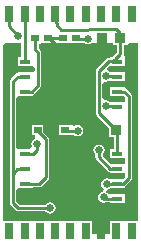
<source format=gtl>
G04*
G04 #@! TF.GenerationSoftware,Altium Limited,Altium Designer,20.0.2 (26)*
G04*
G04 Layer_Physical_Order=1*
G04 Layer_Color=255*
%FSLAX25Y25*%
%MOIN*%
G70*
G01*
G75*
%ADD12C,0.01000*%
%ADD18R,0.02756X0.02362*%
%ADD19R,0.03347X0.03347*%
%ADD20R,0.13780X0.17323*%
%ADD21R,0.03740X0.01772*%
%ADD22R,0.03150X0.05512*%
%ADD23C,0.02500*%
G36*
X6180Y64315D02*
Y59612D01*
X5057D01*
Y56640D01*
X9998D01*
X10615Y55896D01*
Y55356D01*
X9998Y54612D01*
X9615Y54612D01*
X5057D01*
Y54248D01*
X5051D01*
X4622Y54162D01*
X4258Y53919D01*
X4258Y53919D01*
X2664Y52324D01*
X2420Y51961D01*
X2335Y51531D01*
X2335Y51531D01*
Y11032D01*
X2335Y11032D01*
X2420Y10602D01*
X2664Y10238D01*
X4277Y8625D01*
X4325Y8554D01*
X4325Y8554D01*
X4325Y8553D01*
X4511Y8429D01*
X4688Y8310D01*
X4689Y8310D01*
X4689Y8310D01*
X4889Y8270D01*
X5118Y8225D01*
X5118Y8225D01*
X5118Y8225D01*
X14273D01*
X14414Y8013D01*
X15026Y7604D01*
X15748Y7460D01*
X16470Y7604D01*
X17082Y8013D01*
X17491Y8625D01*
X17634Y9347D01*
X17491Y10068D01*
X17082Y10680D01*
X16470Y11089D01*
X15748Y11233D01*
X15026Y11089D01*
X14414Y10680D01*
X14273Y10468D01*
X5606D01*
X4578Y11496D01*
Y15099D01*
X5057Y15900D01*
X5578Y15900D01*
X9998D01*
Y16264D01*
X12236D01*
X12236Y16264D01*
X12665Y16350D01*
X13029Y16593D01*
X15179Y18742D01*
X15179Y18742D01*
X15422Y19106D01*
X15507Y19535D01*
X15507Y19535D01*
Y32331D01*
X15507Y32331D01*
X15422Y32760D01*
X15179Y33124D01*
X15179Y33124D01*
X13604Y34699D01*
Y37104D01*
X9648D01*
Y33542D01*
X10654D01*
X10814Y33444D01*
X10841Y33394D01*
X10715Y32349D01*
X10103Y31940D01*
X9694Y31328D01*
X9551Y30606D01*
X9694Y29884D01*
X9703Y29872D01*
X9168Y28872D01*
X5578D01*
X5057Y28872D01*
X4578Y29673D01*
Y45839D01*
X5057Y46640D01*
X5578Y46640D01*
X9998D01*
Y47082D01*
X10040Y47090D01*
X10403Y47333D01*
X12529Y49459D01*
X12529Y49459D01*
X12772Y49823D01*
X12858Y50252D01*
X12858Y50252D01*
Y61189D01*
X12772Y61618D01*
X12529Y61982D01*
X12529Y61982D01*
X11988Y62524D01*
Y63967D01*
X12975Y64313D01*
X22447Y64311D01*
Y64282D01*
X26403D01*
Y64282D01*
X26431Y64310D01*
X27386Y64310D01*
X27758Y64060D01*
X28480Y63917D01*
X29202Y64060D01*
X29574Y64309D01*
X36932Y64307D01*
Y63731D01*
X38083D01*
Y61197D01*
X36624Y59738D01*
X36624Y59738D01*
X36540Y59612D01*
X35766D01*
Y59398D01*
X35332D01*
X34903Y59313D01*
X34539Y59070D01*
X34539Y59070D01*
X31290Y55821D01*
X31047Y55457D01*
X30961Y55028D01*
X30961Y55028D01*
Y40925D01*
X30961Y40925D01*
X31047Y40496D01*
X31290Y40132D01*
X35483Y35939D01*
Y32979D01*
X37115D01*
Y28872D01*
X35766D01*
Y25900D01*
X40706Y25900D01*
X40915Y24986D01*
Y24785D01*
X40706Y23872D01*
X39915Y23872D01*
X35978D01*
X33596Y26254D01*
X33393Y27255D01*
X33802Y27867D01*
X33945Y28589D01*
X33802Y29311D01*
X33393Y29923D01*
X32781Y30332D01*
X32059Y30475D01*
X31337Y30332D01*
X30725Y29923D01*
X30316Y29311D01*
X30173Y28589D01*
X30316Y27867D01*
X30725Y27255D01*
X30937Y27113D01*
Y26205D01*
X30937Y26205D01*
X31023Y25776D01*
X31266Y25412D01*
X35116Y21561D01*
X35116Y21561D01*
X35480Y21318D01*
X35766Y21261D01*
Y20900D01*
X40706Y20900D01*
X40915Y19986D01*
Y19765D01*
X40022Y18872D01*
X36582D01*
X35658Y18915D01*
X35338Y19128D01*
X34616Y19272D01*
X33894Y19128D01*
X33282Y18720D01*
X32873Y18108D01*
X32730Y17386D01*
X32873Y16664D01*
X33282Y16052D01*
X33698Y15774D01*
X33679Y15492D01*
X33467Y14786D01*
X32912Y14676D01*
X32300Y14267D01*
X31891Y13655D01*
X31748Y12933D01*
X31891Y12211D01*
X32300Y11599D01*
X32912Y11190D01*
X33634Y11047D01*
X34356Y11190D01*
X34466Y11264D01*
X35766D01*
Y10900D01*
X40706D01*
Y13872D01*
X35766D01*
X34938Y14287D01*
X34552Y14545D01*
X34571Y14827D01*
X34759Y15455D01*
X35055Y15587D01*
X35338Y15643D01*
X35658Y15857D01*
X35658Y15857D01*
X36582Y15900D01*
X40706D01*
Y16453D01*
X40915Y16593D01*
X42829Y18507D01*
X42829Y18507D01*
X43072Y18871D01*
X43158Y19300D01*
Y46680D01*
X43158Y46680D01*
X43072Y47109D01*
X42829Y47473D01*
X42829Y47473D01*
X41384Y48919D01*
X41020Y49162D01*
X40706Y49224D01*
Y49612D01*
X35766D01*
Y46640D01*
X40490D01*
X40915Y46216D01*
Y45526D01*
X40706Y44612D01*
X39915Y44612D01*
X35792D01*
X35767Y44649D01*
X35155Y45058D01*
X34433Y45201D01*
X34205Y45156D01*
X33205Y45830D01*
Y50752D01*
X33348Y50932D01*
X34205Y51462D01*
X34551Y51393D01*
X35273Y51537D01*
X35766Y51640D01*
Y51640D01*
X35766Y51640D01*
X40706D01*
Y54612D01*
X35886D01*
X35885Y54613D01*
X35273Y55022D01*
X35110Y55055D01*
X34790Y56109D01*
X35462Y56766D01*
X35766Y56640D01*
Y56640D01*
X40706D01*
Y59612D01*
X40706D01*
X40302Y60612D01*
X40326Y60732D01*
X40326Y60732D01*
Y63731D01*
X41478D01*
Y63731D01*
X42053Y64306D01*
X45024Y64305D01*
X45024Y5049D01*
X40778D01*
Y5049D01*
X40034D01*
Y5049D01*
X35684D01*
Y726D01*
X35642Y512D01*
X35639Y508D01*
X29893D01*
X29890Y512D01*
X29847Y726D01*
Y5049D01*
X25497D01*
Y5049D01*
X24754D01*
Y5049D01*
X20404D01*
Y5049D01*
X19660D01*
Y5049D01*
X15310D01*
Y5049D01*
X14567D01*
Y5049D01*
X10217D01*
Y5049D01*
X9473D01*
Y5049D01*
X5123D01*
Y5049D01*
X4380D01*
Y5049D01*
X232D01*
X232Y63609D01*
X939Y64316D01*
X6180Y64315D01*
D02*
G37*
%LPC*%
G36*
X22864Y37104D02*
X18908D01*
Y33542D01*
X22864D01*
X22864Y33542D01*
X23864Y33650D01*
X24227Y33407D01*
X24949Y33263D01*
X25671Y33407D01*
X26283Y33816D01*
X26691Y34428D01*
X26835Y35150D01*
X26691Y35871D01*
X26283Y36483D01*
X25671Y36892D01*
X24949Y37036D01*
X24227Y36892D01*
X23864Y36650D01*
X23025Y36962D01*
X22864Y37093D01*
Y37104D01*
D02*
G37*
%LPD*%
D12*
X5118Y9347D02*
X15748D01*
X5118D02*
X5130Y9358D01*
X3457Y11032D02*
X5130Y9358D01*
X7528Y12386D02*
X22882D01*
X2126Y69921D02*
X5256Y66791D01*
X2126Y69921D02*
Y71917D01*
X7606Y65818D02*
Y75010D01*
X7301Y75315D02*
X7606Y75010D01*
X7301Y65513D02*
X7606Y65818D01*
X7301Y58352D02*
Y65513D01*
X20043Y66063D02*
X20095Y66114D01*
X16555Y35374D02*
X16701D01*
Y33587D02*
Y35374D01*
X33102Y62737D02*
Y66004D01*
X32000Y61635D02*
X33102Y62737D01*
X32000Y61402D02*
Y61635D01*
X22882Y50626D02*
Y52398D01*
X29272Y58787D01*
X29386D01*
X32000Y61402D01*
X24425Y66114D02*
X24736Y65803D01*
X33102Y66004D02*
X34149Y64957D01*
X2941Y72732D02*
Y74582D01*
X2126Y71917D02*
X2941Y72732D01*
X2208Y75315D02*
X2941Y74582D01*
X16701Y33587D02*
X19146Y31142D01*
X23067D01*
X16555Y35374D02*
Y44299D01*
Y35323D02*
Y35374D01*
Y44299D02*
X22882Y50626D01*
X20795Y35150D02*
X24949D01*
X20571Y35374D02*
X20795Y35150D01*
X11437Y28815D02*
Y30606D01*
X10008Y27386D02*
X11437Y28815D01*
X7528Y27386D02*
X10008D01*
X14386Y19535D02*
Y32331D01*
X12236Y17386D02*
X14386Y19535D01*
X11343Y35374D02*
X14386Y32331D01*
X3697Y20988D02*
X4872Y22164D01*
X3457Y51531D02*
X5051Y53126D01*
X3457Y11032D02*
Y51531D01*
X7012Y35374D02*
Y42740D01*
X7398Y43126D01*
X7528D01*
X33724Y12933D02*
X34272Y12386D01*
X33634Y12933D02*
X33724D01*
X32766Y512D02*
Y10002D01*
X30686Y12082D02*
X32766Y10002D01*
X29272Y12082D02*
X30686D01*
X40122Y17386D02*
X42036Y19300D01*
X38236Y17386D02*
X40122D01*
X34616D02*
X35336D01*
X35909Y22354D02*
X38236D01*
X24736Y65803D02*
X28480D01*
X23067Y31142D02*
X27543D01*
X22882Y19886D02*
Y30957D01*
X23067Y31142D01*
X27543D02*
X31653Y35252D01*
X7528Y43126D02*
X16492D01*
X37417Y58945D02*
X39205Y60732D01*
X37101Y58277D02*
X37593Y58769D01*
X37793Y68968D02*
X39190Y67597D01*
X19576Y68802D02*
X37793Y68968D01*
X17961Y70417D02*
X19576Y68802D01*
X15362Y66063D02*
X19476Y61949D01*
X15311Y66114D02*
X15362Y66063D01*
X20043D01*
X15197D02*
X15362D01*
X19476Y54031D02*
Y61949D01*
X11736Y50252D02*
Y61189D01*
X10866Y62059D02*
X11736Y61189D01*
X10866Y62059D02*
Y66063D01*
X9610Y48126D02*
X11736Y50252D01*
X7301Y58352D02*
X7528Y58126D01*
X5051Y53126D02*
X7528D01*
Y48126D02*
X9610D01*
X35332Y58277D02*
X37101D01*
X32083Y55028D02*
X35332Y58277D01*
X32083Y40925D02*
Y55028D01*
X37593Y58769D02*
X38236Y58126D01*
X37417Y58945D02*
X37593Y58769D01*
X39205Y60732D02*
Y66004D01*
X39190Y67597D02*
X39205Y66004D01*
X17961Y70417D02*
Y70839D01*
X17914Y70885D02*
X17961Y70839D01*
X17914Y70885D02*
Y74889D01*
X17488Y75315D02*
X17914Y74889D01*
X38159Y53203D02*
X38236Y53126D01*
X34628Y53203D02*
X38159D01*
X34551Y53280D02*
X34628Y53203D01*
X32059Y26205D02*
Y28589D01*
Y26205D02*
X35909Y22354D01*
X38236Y27386D02*
Y34772D01*
X37756Y35252D02*
X38236Y34772D01*
X32083Y40925D02*
X37756Y35252D01*
X42036Y19300D02*
Y46680D01*
X40591Y48126D02*
X42036Y46680D01*
X38236Y48126D02*
X40591D01*
X38089Y43273D02*
X38236Y43126D01*
X34475Y43273D02*
X38089D01*
X34433Y43315D02*
X34475Y43273D01*
X34272Y12386D02*
X38236D01*
X22882Y18472D02*
X29272Y12082D01*
X7306Y22164D02*
X7528Y22386D01*
X4872Y22164D02*
X7306D01*
X37101Y58277D02*
X37252Y58126D01*
X36866Y58512D02*
X37101Y58277D01*
X37252Y58126D02*
X38236D01*
X22882Y12386D02*
Y18472D01*
Y19886D01*
X35336Y17386D02*
X38236D01*
X35236Y17486D02*
X35336Y17386D01*
X15236Y66114D02*
X15311D01*
X19476Y54031D02*
X22882Y50626D01*
X7528Y17386D02*
X12236D01*
D18*
X15197Y66063D02*
D03*
X10866D02*
D03*
X20095D02*
D03*
X24425D02*
D03*
X7295Y35323D02*
D03*
X11626D02*
D03*
X16555D02*
D03*
X20886D02*
D03*
D19*
X37756Y35252D02*
D03*
X31653D02*
D03*
X39205Y66004D02*
D03*
X33102D02*
D03*
D20*
X22882Y19886D02*
D03*
Y50626D02*
D03*
D21*
X38236Y27386D02*
D03*
Y22386D02*
D03*
Y17386D02*
D03*
Y12386D02*
D03*
X7528D02*
D03*
Y17386D02*
D03*
Y22386D02*
D03*
Y27386D02*
D03*
X38236Y58126D02*
D03*
Y53126D02*
D03*
Y48126D02*
D03*
Y43126D02*
D03*
X7528D02*
D03*
Y48126D02*
D03*
Y53126D02*
D03*
Y58126D02*
D03*
D22*
X42956Y74134D02*
D03*
X37862D02*
D03*
X7301D02*
D03*
X12395D02*
D03*
X17488D02*
D03*
X22582D02*
D03*
X27675D02*
D03*
X32769D02*
D03*
X2208D02*
D03*
X2205Y1693D02*
D03*
X7298D02*
D03*
X37859D02*
D03*
X32766D02*
D03*
X27672D02*
D03*
X22579D02*
D03*
X17485D02*
D03*
X12392D02*
D03*
X42953D02*
D03*
D23*
X15748Y9347D02*
D03*
X5256Y66791D02*
D03*
X32000Y61402D02*
D03*
X11437Y30606D02*
D03*
X33634Y12933D02*
D03*
X34616Y17386D02*
D03*
X24949Y35150D02*
D03*
X28480Y65803D02*
D03*
X32059Y28589D02*
D03*
X34551Y53280D02*
D03*
X34433Y43315D02*
D03*
M02*

</source>
